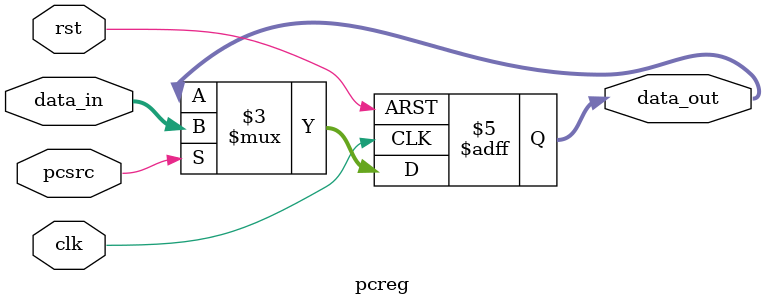
<source format=v>
module pcreg(
    input clk,  
    input rst,  //¸ßµçÆ½Ê±½«PC¼Ä´æÆ÷ÇåÁã
    input [31:0] data_in,
    input pcsrc,
    output reg [31:0] data_out
    );
    always @(posedge rst or posedge clk)
    begin
    if(rst)
        data_out <= 32'b0000_0000_0100_0000_0000_0000_0000_0000;
    else
    begin
        if(pcsrc)
            data_out <= data_in;
        else
            data_out <= data_out;
    end
    end    
endmodule
</source>
